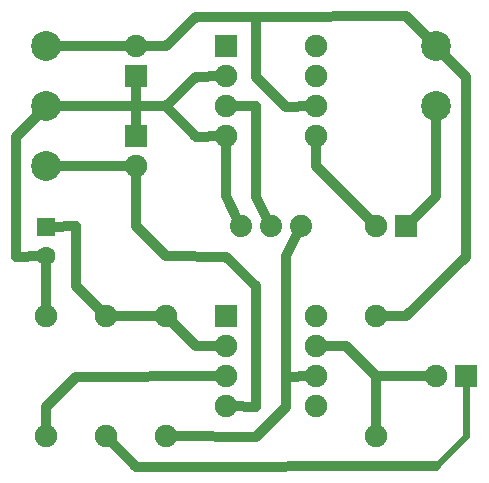
<source format=gbl>
G04 MADE WITH FRITZING*
G04 WWW.FRITZING.ORG*
G04 SINGLE SIDED*
G04 HOLES NOT PLATED*
G04 CONTOUR ON CENTER OF CONTOUR VECTOR*
%ASAXBY*%
%FSLAX23Y23*%
%MOIN*%
%OFA0B0*%
%SFA1.0B1.0*%
%ADD10C,0.075000*%
%ADD11C,0.062992*%
%ADD12C,0.099583*%
%ADD13C,0.074000*%
%ADD14R,0.075000X0.075000*%
%ADD15R,0.062992X0.062992*%
%ADD16C,0.032000*%
%ADD17C,0.024000*%
%LNCOPPER0*%
G90*
G70*
G54D10*
X1400Y901D03*
X1300Y901D03*
X1600Y401D03*
X1500Y401D03*
G54D11*
X200Y899D03*
X200Y801D03*
G54D10*
X500Y1401D03*
X500Y1501D03*
X500Y1201D03*
X500Y1101D03*
G54D12*
X200Y1501D03*
X200Y1301D03*
X200Y1101D03*
G54D10*
X1300Y601D03*
X1300Y201D03*
X400Y201D03*
X400Y601D03*
X600Y601D03*
X600Y201D03*
X800Y601D03*
X1100Y601D03*
X800Y501D03*
X1100Y501D03*
X800Y401D03*
X1100Y401D03*
X800Y301D03*
X1100Y301D03*
X200Y201D03*
X200Y601D03*
G54D13*
X1050Y901D03*
X950Y901D03*
X850Y901D03*
G54D10*
X800Y1501D03*
X1100Y1501D03*
X800Y1401D03*
X1100Y1401D03*
X800Y1301D03*
X1100Y1301D03*
X800Y1201D03*
X1100Y1201D03*
G54D12*
X1500Y1301D03*
X1500Y1501D03*
G54D14*
X1400Y901D03*
X1600Y401D03*
G54D15*
X200Y899D03*
G54D14*
X500Y1401D03*
X500Y1201D03*
X800Y601D03*
X800Y1501D03*
G54D16*
X1501Y1001D02*
X1412Y913D01*
D02*
X1500Y1272D02*
X1501Y1001D01*
G54D17*
D02*
X1600Y202D02*
X1600Y383D01*
D02*
X1499Y101D02*
X1600Y202D01*
G54D16*
D02*
X799Y1002D02*
X800Y1183D01*
D02*
X841Y919D02*
X799Y1002D01*
D02*
X900Y1301D02*
X818Y1301D01*
D02*
X901Y1000D02*
X900Y1301D01*
D02*
X941Y919D02*
X901Y1000D01*
D02*
X1000Y801D02*
X1041Y883D01*
D02*
X1001Y400D02*
X1000Y801D01*
D02*
X1401Y1601D02*
X1480Y1521D01*
D02*
X1400Y601D02*
X1318Y601D01*
D02*
X1601Y800D02*
X1400Y601D01*
D02*
X1601Y1400D02*
X1601Y800D01*
D02*
X1521Y1480D02*
X1601Y1400D01*
D02*
X1299Y402D02*
X1200Y501D01*
D02*
X1200Y501D02*
X1118Y501D01*
D02*
X1300Y218D02*
X1299Y402D01*
D02*
X600Y602D02*
X600Y602D01*
D02*
X701Y501D02*
X600Y602D01*
D02*
X783Y501D02*
X701Y501D01*
D02*
X301Y701D02*
X388Y613D01*
D02*
X301Y902D02*
X301Y701D01*
D02*
X216Y900D02*
X301Y902D01*
D02*
X1299Y402D02*
X1483Y401D01*
D02*
X501Y1301D02*
X500Y1383D01*
D02*
X500Y1218D02*
X501Y1301D01*
D02*
X501Y1301D02*
X229Y1301D01*
D02*
X700Y1200D02*
X783Y1201D01*
D02*
X599Y1301D02*
X700Y1200D01*
D02*
X501Y1301D02*
X599Y1301D01*
D02*
X700Y1400D02*
X783Y1401D01*
D02*
X599Y1301D02*
X700Y1400D01*
D02*
X483Y1501D02*
X229Y1501D01*
D02*
X483Y1101D02*
X229Y1101D01*
D02*
X899Y1400D02*
X999Y1300D01*
D02*
X999Y1300D02*
X1083Y1301D01*
D02*
X900Y1600D02*
X899Y1400D01*
D02*
X700Y1600D02*
X900Y1600D01*
D02*
X599Y1501D02*
X700Y1600D01*
D02*
X518Y1501D02*
X599Y1501D01*
D02*
X101Y1200D02*
X180Y1280D01*
D02*
X101Y800D02*
X101Y1000D01*
D02*
X101Y1000D02*
X101Y1200D01*
D02*
X184Y801D02*
X101Y800D01*
D02*
X200Y618D02*
X200Y785D01*
D02*
X418Y601D02*
X583Y601D01*
D02*
X900Y701D02*
X899Y300D01*
D02*
X899Y300D02*
X817Y301D01*
D02*
X499Y902D02*
X600Y801D01*
D02*
X799Y800D02*
X900Y701D01*
D02*
X600Y801D02*
X799Y800D01*
D02*
X500Y1083D02*
X499Y902D01*
D02*
X199Y300D02*
X200Y218D01*
D02*
X300Y400D02*
X199Y300D01*
D02*
X783Y401D02*
X300Y400D01*
D02*
X1000Y300D02*
X899Y200D01*
D02*
X1001Y400D02*
X1000Y300D01*
D02*
X899Y200D02*
X618Y201D01*
D02*
X1083Y401D02*
X1001Y400D01*
D02*
X900Y1600D02*
X1401Y1601D01*
D02*
X1100Y1102D02*
X1288Y913D01*
D02*
X1100Y1183D02*
X1100Y1102D01*
D02*
X501Y100D02*
X412Y188D01*
D02*
X1499Y101D02*
X501Y100D01*
G04 End of Copper0*
M02*
</source>
